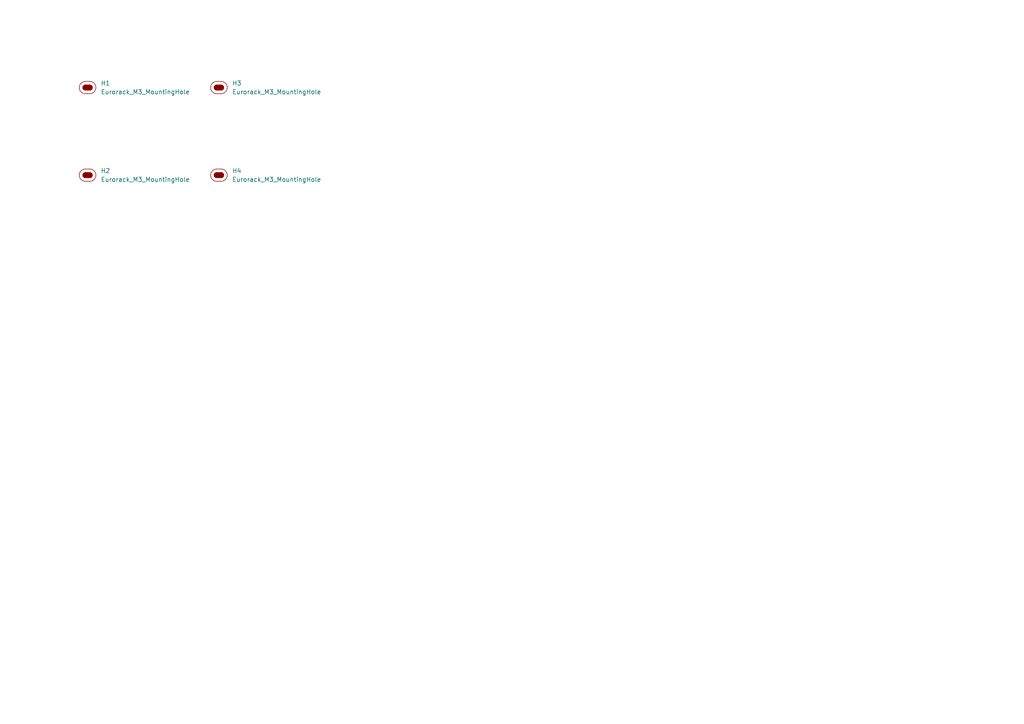
<source format=kicad_sch>
(kicad_sch (version 20250114) (generator "eeschema") (generator_version "9.0")
  (paper "A4")
  (lib_symbols
    (symbol "EXC:Eurorack_M3_MountingHole" (pin_names (offset 1.016))
      (property "Reference" "H" (at 0 5.08 0))
      (property "Value" "Eurorack_M3_MountingHole" (at 0 3.175 0))
      (symbol "Eurorack_M3_MountingHole_0_1"
        (polyline (pts (xy -0.635 0.762) (xy 0.635 0.762)))
        (circle (center -0.635 0) (radius 0.762) (fill (type outline)))
        (arc (start -0.635 -0.762) (mid -1.397 0) (end -0.635 0.762))
        (arc (start -0.635 -1.778) (mid -2.413 0) (end -0.635 1.778))
        (polyline (pts (xy -0.635 -0.762) (xy 0.635 -0.762)))
        (polyline (pts (xy -0.635 -1.778) (xy 0.635 -1.778)))
        (circle (center 0 0) (radius 0.762) (fill (type outline)))
        (polyline (pts (xy 0.635 1.778) (xy -0.635 1.778)))
        (arc (start 0.6141 1.778) (mid 2.4131 0) (end 0.6141 -1.778))
        (arc (start 0.6227 0.762) (mid 1.3971 0) (end 0.6227 -0.762))
        (circle (center 0.635 0) (radius 0.762) (fill (type outline)))
      )
    )
  )
  (symbol (lib_id "EXC:Eurorack_M3_MountingHole") (at 25.4 50.8 0) (unit 1)
    (property "Reference" "H2" (at 29.21 49.5299 0) (effects (justify left)))
    (property "Value" "Eurorack_M3_MountingHole" (at 29.21 52.0699 0) (effects (justify left)))
    (property "Footprint" "EXC:MountingHole_3.2mm_M3" (effects (hide yes)))
    (property "Description" "Mounting Hole without connection" (effects (hide yes)))
  )
  (symbol (lib_id "EXC:Eurorack_M3_MountingHole") (at 63.5 25.4 0) (unit 1)
    (property "Reference" "H3" (at 67.31 24.1299 0) (effects (justify left)))
    (property "Value" "Eurorack_M3_MountingHole" (at 67.31 26.6699 0) (effects (justify left)))
    (property "Footprint" "EXC:MountingHole_3.2mm_M3" (effects (hide yes)))
    (property "Description" "Mounting Hole without connection" (effects (hide yes)))
  )
  (symbol (lib_id "EXC:Eurorack_M3_MountingHole") (at 63.5 50.8 0) (unit 1)
    (property "Reference" "H4" (at 67.31 49.5299 0) (effects (justify left)))
    (property "Value" "Eurorack_M3_MountingHole" (at 67.31 52.0699 0) (effects (justify left)))
    (property "Footprint" "EXC:MountingHole_3.2mm_M3" (effects (hide yes)))
    (property "Description" "Mounting Hole without connection" (effects (hide yes)))
  )
  (symbol (lib_id "EXC:Eurorack_M3_MountingHole") (at 25.4 25.4 0) (unit 1)
    (property "Reference" "H1" (at 29.21 24.1299 0) (effects (justify left)))
    (property "Value" "Eurorack_M3_MountingHole" (at 29.21 26.6699 0) (effects (justify left)))
    (property "Footprint" "EXC:MountingHole_3.2mm_M3" (effects (hide yes)))
    (property "Description" "Mounting Hole without connection" (effects (hide yes)))
  )
)
</source>
